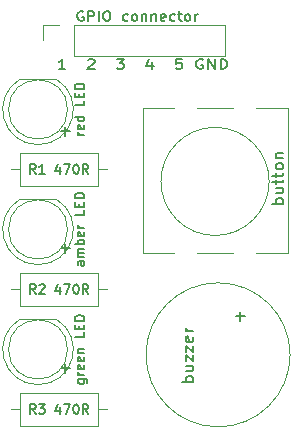
<source format=gto>
G04 #@! TF.GenerationSoftware,KiCad,Pcbnew,(5.1.2)-1*
G04 #@! TF.CreationDate,2024-09-09T18:42:11+01:00*
G04 #@! TF.ProjectId,Starter_PCB01,53746172-7465-4725-9f50-434230312e6b,rev?*
G04 #@! TF.SameCoordinates,Original*
G04 #@! TF.FileFunction,Legend,Top*
G04 #@! TF.FilePolarity,Positive*
%FSLAX46Y46*%
G04 Gerber Fmt 4.6, Leading zero omitted, Abs format (unit mm)*
G04 Created by KiCad (PCBNEW (5.1.2)-1) date 2024-09-09 18:42:11*
%MOMM*%
%LPD*%
G04 APERTURE LIST*
%ADD10C,0.180000*%
%ADD11C,0.200000*%
%ADD12C,0.120000*%
%ADD13C,0.150000*%
%ADD14O,1.829200X3.150000*%
%ADD15R,1.702000X1.702000*%
%ADD16C,1.702000*%
%ADD17C,1.902000*%
%ADD18R,1.902000X1.902000*%
%ADD19O,1.702000X1.702000*%
%ADD20C,2.302000*%
%ADD21R,1.802000X1.802000*%
%ADD22O,1.802000X1.802000*%
G04 APERTURE END LIST*
D10*
X153448571Y-74783904D02*
X152877142Y-74783904D01*
X153162857Y-74783904D02*
X153162857Y-73983904D01*
X153067619Y-74098190D01*
X152972380Y-74174380D01*
X152877142Y-74212476D01*
X155353333Y-74060095D02*
X155400952Y-74022000D01*
X155496190Y-73983904D01*
X155734285Y-73983904D01*
X155829523Y-74022000D01*
X155877142Y-74060095D01*
X155924761Y-74136285D01*
X155924761Y-74212476D01*
X155877142Y-74326761D01*
X155305714Y-74783904D01*
X155924761Y-74783904D01*
X157781904Y-73983904D02*
X158400952Y-73983904D01*
X158067619Y-74288666D01*
X158210476Y-74288666D01*
X158305714Y-74326761D01*
X158353333Y-74364857D01*
X158400952Y-74441047D01*
X158400952Y-74631523D01*
X158353333Y-74707714D01*
X158305714Y-74745809D01*
X158210476Y-74783904D01*
X157924761Y-74783904D01*
X157829523Y-74745809D01*
X157781904Y-74707714D01*
X160781904Y-74250571D02*
X160781904Y-74783904D01*
X160543809Y-73945809D02*
X160305714Y-74517238D01*
X160924761Y-74517238D01*
X163305714Y-73983904D02*
X162829523Y-73983904D01*
X162781904Y-74364857D01*
X162829523Y-74326761D01*
X162924761Y-74288666D01*
X163162857Y-74288666D01*
X163258095Y-74326761D01*
X163305714Y-74364857D01*
X163353333Y-74441047D01*
X163353333Y-74631523D01*
X163305714Y-74707714D01*
X163258095Y-74745809D01*
X163162857Y-74783904D01*
X162924761Y-74783904D01*
X162829523Y-74745809D01*
X162781904Y-74707714D01*
X165067619Y-74022000D02*
X164972380Y-73983904D01*
X164829523Y-73983904D01*
X164686666Y-74022000D01*
X164591428Y-74098190D01*
X164543809Y-74174380D01*
X164496190Y-74326761D01*
X164496190Y-74441047D01*
X164543809Y-74593428D01*
X164591428Y-74669619D01*
X164686666Y-74745809D01*
X164829523Y-74783904D01*
X164924761Y-74783904D01*
X165067619Y-74745809D01*
X165115238Y-74707714D01*
X165115238Y-74441047D01*
X164924761Y-74441047D01*
X165543809Y-74783904D02*
X165543809Y-73983904D01*
X166115238Y-74783904D01*
X166115238Y-73983904D01*
X166591428Y-74783904D02*
X166591428Y-73983904D01*
X166829523Y-73983904D01*
X166972380Y-74022000D01*
X167067619Y-74098190D01*
X167115238Y-74174380D01*
X167162857Y-74326761D01*
X167162857Y-74441047D01*
X167115238Y-74593428D01*
X167067619Y-74669619D01*
X166972380Y-74745809D01*
X166829523Y-74783904D01*
X166591428Y-74783904D01*
D11*
X153035047Y-100147428D02*
X153796952Y-100147428D01*
X153416000Y-100528380D02*
X153416000Y-99766476D01*
X153035047Y-89987428D02*
X153796952Y-89987428D01*
X153416000Y-90368380D02*
X153416000Y-89606476D01*
X153035047Y-80081428D02*
X153796952Y-80081428D01*
X153416000Y-80462380D02*
X153416000Y-79700476D01*
D12*
X172306000Y-90378000D02*
X169586000Y-90378000D01*
X162726000Y-90378000D02*
X160006000Y-90378000D01*
X164586000Y-78078000D02*
X167726000Y-78078000D01*
X160006000Y-78078000D02*
X162726000Y-78078000D01*
X170695050Y-84328000D02*
G75*
G03X170695050Y-84328000I-4579050J0D01*
G01*
X169586000Y-78078000D02*
X172306000Y-78078000D01*
X160006000Y-90378000D02*
X160006000Y-78078000D01*
X167726000Y-90378000D02*
X164586000Y-90378000D01*
X172306000Y-78078000D02*
X172306000Y-90378000D01*
X172470000Y-99008000D02*
G75*
G03X172470000Y-99008000I-6100000J0D01*
G01*
X152675000Y-75672000D02*
X149585000Y-75672000D01*
X153630000Y-78232000D02*
G75*
G03X153630000Y-78232000I-2500000J0D01*
G01*
X151130462Y-81222000D02*
G75*
G02X149585170Y-75672000I-462J2990000D01*
G01*
X151129538Y-81222000D02*
G75*
G03X152674830Y-75672000I462J2990000D01*
G01*
X149638000Y-92102000D02*
X149638000Y-94842000D01*
X149638000Y-94842000D02*
X156178000Y-94842000D01*
X156178000Y-94842000D02*
X156178000Y-92102000D01*
X156178000Y-92102000D02*
X149638000Y-92102000D01*
X148868000Y-93472000D02*
X149638000Y-93472000D01*
X156948000Y-93472000D02*
X156178000Y-93472000D01*
X156948000Y-83312000D02*
X156178000Y-83312000D01*
X148868000Y-83312000D02*
X149638000Y-83312000D01*
X156178000Y-81942000D02*
X149638000Y-81942000D01*
X156178000Y-84682000D02*
X156178000Y-81942000D01*
X149638000Y-84682000D02*
X156178000Y-84682000D01*
X149638000Y-81942000D02*
X149638000Y-84682000D01*
X151129538Y-91382000D02*
G75*
G03X152674830Y-85832000I462J2990000D01*
G01*
X151130462Y-91382000D02*
G75*
G02X149585170Y-85832000I-462J2990000D01*
G01*
X153630000Y-88392000D02*
G75*
G03X153630000Y-88392000I-2500000J0D01*
G01*
X152675000Y-85832000D02*
X149585000Y-85832000D01*
X149638000Y-102262000D02*
X149638000Y-105002000D01*
X149638000Y-105002000D02*
X156178000Y-105002000D01*
X156178000Y-105002000D02*
X156178000Y-102262000D01*
X156178000Y-102262000D02*
X149638000Y-102262000D01*
X148868000Y-103632000D02*
X149638000Y-103632000D01*
X156948000Y-103632000D02*
X156178000Y-103632000D01*
X151129538Y-101542000D02*
G75*
G03X152674830Y-95992000I462J2990000D01*
G01*
X151130462Y-101542000D02*
G75*
G02X149585170Y-95992000I-462J2990000D01*
G01*
X153630000Y-98552000D02*
G75*
G03X153630000Y-98552000I-2500000J0D01*
G01*
X152675000Y-95992000D02*
X149585000Y-95992000D01*
X154178000Y-73720000D02*
X154178000Y-71060000D01*
X154178000Y-73720000D02*
X166938000Y-73720000D01*
X166938000Y-73720000D02*
X166938000Y-71060000D01*
X154178000Y-71060000D02*
X166938000Y-71060000D01*
X151578000Y-71060000D02*
X152908000Y-71060000D01*
X151578000Y-72390000D02*
X151578000Y-71060000D01*
D13*
X171902380Y-86216857D02*
X170902380Y-86216857D01*
X171283333Y-86216857D02*
X171235714Y-86121619D01*
X171235714Y-85931142D01*
X171283333Y-85835904D01*
X171330952Y-85788285D01*
X171426190Y-85740666D01*
X171711904Y-85740666D01*
X171807142Y-85788285D01*
X171854761Y-85835904D01*
X171902380Y-85931142D01*
X171902380Y-86121619D01*
X171854761Y-86216857D01*
X171235714Y-84883523D02*
X171902380Y-84883523D01*
X171235714Y-85312095D02*
X171759523Y-85312095D01*
X171854761Y-85264476D01*
X171902380Y-85169238D01*
X171902380Y-85026380D01*
X171854761Y-84931142D01*
X171807142Y-84883523D01*
X171235714Y-84550190D02*
X171235714Y-84169238D01*
X170902380Y-84407333D02*
X171759523Y-84407333D01*
X171854761Y-84359714D01*
X171902380Y-84264476D01*
X171902380Y-84169238D01*
X171235714Y-83978761D02*
X171235714Y-83597809D01*
X170902380Y-83835904D02*
X171759523Y-83835904D01*
X171854761Y-83788285D01*
X171902380Y-83693047D01*
X171902380Y-83597809D01*
X171902380Y-83121619D02*
X171854761Y-83216857D01*
X171807142Y-83264476D01*
X171711904Y-83312095D01*
X171426190Y-83312095D01*
X171330952Y-83264476D01*
X171283333Y-83216857D01*
X171235714Y-83121619D01*
X171235714Y-82978761D01*
X171283333Y-82883523D01*
X171330952Y-82835904D01*
X171426190Y-82788285D01*
X171711904Y-82788285D01*
X171807142Y-82835904D01*
X171854761Y-82883523D01*
X171902380Y-82978761D01*
X171902380Y-83121619D01*
X171235714Y-82359714D02*
X171902380Y-82359714D01*
X171330952Y-82359714D02*
X171283333Y-82312095D01*
X171235714Y-82216857D01*
X171235714Y-82074000D01*
X171283333Y-81978761D01*
X171378571Y-81931142D01*
X171902380Y-81931142D01*
X164282380Y-101274285D02*
X163282380Y-101274285D01*
X163663333Y-101274285D02*
X163615714Y-101179047D01*
X163615714Y-100988571D01*
X163663333Y-100893333D01*
X163710952Y-100845714D01*
X163806190Y-100798095D01*
X164091904Y-100798095D01*
X164187142Y-100845714D01*
X164234761Y-100893333D01*
X164282380Y-100988571D01*
X164282380Y-101179047D01*
X164234761Y-101274285D01*
X163615714Y-99940952D02*
X164282380Y-99940952D01*
X163615714Y-100369523D02*
X164139523Y-100369523D01*
X164234761Y-100321904D01*
X164282380Y-100226666D01*
X164282380Y-100083809D01*
X164234761Y-99988571D01*
X164187142Y-99940952D01*
X163615714Y-99560000D02*
X163615714Y-99036190D01*
X164282380Y-99560000D01*
X164282380Y-99036190D01*
X163615714Y-98750476D02*
X163615714Y-98226666D01*
X164282380Y-98750476D01*
X164282380Y-98226666D01*
X164234761Y-97464761D02*
X164282380Y-97560000D01*
X164282380Y-97750476D01*
X164234761Y-97845714D01*
X164139523Y-97893333D01*
X163758571Y-97893333D01*
X163663333Y-97845714D01*
X163615714Y-97750476D01*
X163615714Y-97560000D01*
X163663333Y-97464761D01*
X163758571Y-97417142D01*
X163853809Y-97417142D01*
X163949047Y-97893333D01*
X164282380Y-96988571D02*
X163615714Y-96988571D01*
X163806190Y-96988571D02*
X163710952Y-96940952D01*
X163663333Y-96893333D01*
X163615714Y-96798095D01*
X163615714Y-96702857D01*
X168241428Y-96138952D02*
X168241428Y-95377047D01*
X168622380Y-95758000D02*
X167860476Y-95758000D01*
X155047904Y-80384380D02*
X154514571Y-80384380D01*
X154666952Y-80384380D02*
X154590761Y-80346285D01*
X154552666Y-80308190D01*
X154514571Y-80232000D01*
X154514571Y-80155809D01*
X155009809Y-79584380D02*
X155047904Y-79660571D01*
X155047904Y-79812952D01*
X155009809Y-79889142D01*
X154933619Y-79927238D01*
X154628857Y-79927238D01*
X154552666Y-79889142D01*
X154514571Y-79812952D01*
X154514571Y-79660571D01*
X154552666Y-79584380D01*
X154628857Y-79546285D01*
X154705047Y-79546285D01*
X154781238Y-79927238D01*
X155047904Y-78860571D02*
X154247904Y-78860571D01*
X155009809Y-78860571D02*
X155047904Y-78936761D01*
X155047904Y-79089142D01*
X155009809Y-79165333D01*
X154971714Y-79203428D01*
X154895523Y-79241523D01*
X154666952Y-79241523D01*
X154590761Y-79203428D01*
X154552666Y-79165333D01*
X154514571Y-79089142D01*
X154514571Y-78936761D01*
X154552666Y-78860571D01*
X155047904Y-77489142D02*
X155047904Y-77870095D01*
X154247904Y-77870095D01*
X154628857Y-77222476D02*
X154628857Y-76955809D01*
X155047904Y-76841523D02*
X155047904Y-77222476D01*
X154247904Y-77222476D01*
X154247904Y-76841523D01*
X155047904Y-76498666D02*
X154247904Y-76498666D01*
X154247904Y-76308190D01*
X154286000Y-76193904D01*
X154362190Y-76117714D01*
X154438380Y-76079619D01*
X154590761Y-76041523D01*
X154705047Y-76041523D01*
X154857428Y-76079619D01*
X154933619Y-76117714D01*
X155009809Y-76193904D01*
X155047904Y-76308190D01*
X155047904Y-76498666D01*
X150927047Y-93833904D02*
X150660380Y-93452952D01*
X150469904Y-93833904D02*
X150469904Y-93033904D01*
X150774666Y-93033904D01*
X150850857Y-93072000D01*
X150888952Y-93110095D01*
X150927047Y-93186285D01*
X150927047Y-93300571D01*
X150888952Y-93376761D01*
X150850857Y-93414857D01*
X150774666Y-93452952D01*
X150469904Y-93452952D01*
X151231809Y-93110095D02*
X151269904Y-93072000D01*
X151346095Y-93033904D01*
X151536571Y-93033904D01*
X151612761Y-93072000D01*
X151650857Y-93110095D01*
X151688952Y-93186285D01*
X151688952Y-93262476D01*
X151650857Y-93376761D01*
X151193714Y-93833904D01*
X151688952Y-93833904D01*
X152984190Y-93300571D02*
X152984190Y-93833904D01*
X152793714Y-92995809D02*
X152603238Y-93567238D01*
X153098476Y-93567238D01*
X153327047Y-93033904D02*
X153860380Y-93033904D01*
X153517523Y-93833904D01*
X154317523Y-93033904D02*
X154393714Y-93033904D01*
X154469904Y-93072000D01*
X154508000Y-93110095D01*
X154546095Y-93186285D01*
X154584190Y-93338666D01*
X154584190Y-93529142D01*
X154546095Y-93681523D01*
X154508000Y-93757714D01*
X154469904Y-93795809D01*
X154393714Y-93833904D01*
X154317523Y-93833904D01*
X154241333Y-93795809D01*
X154203238Y-93757714D01*
X154165142Y-93681523D01*
X154127047Y-93529142D01*
X154127047Y-93338666D01*
X154165142Y-93186285D01*
X154203238Y-93110095D01*
X154241333Y-93072000D01*
X154317523Y-93033904D01*
X155384190Y-93833904D02*
X155117523Y-93452952D01*
X154927047Y-93833904D02*
X154927047Y-93033904D01*
X155231809Y-93033904D01*
X155308000Y-93072000D01*
X155346095Y-93110095D01*
X155384190Y-93186285D01*
X155384190Y-93300571D01*
X155346095Y-93376761D01*
X155308000Y-93414857D01*
X155231809Y-93452952D01*
X154927047Y-93452952D01*
X150927047Y-83673904D02*
X150660380Y-83292952D01*
X150469904Y-83673904D02*
X150469904Y-82873904D01*
X150774666Y-82873904D01*
X150850857Y-82912000D01*
X150888952Y-82950095D01*
X150927047Y-83026285D01*
X150927047Y-83140571D01*
X150888952Y-83216761D01*
X150850857Y-83254857D01*
X150774666Y-83292952D01*
X150469904Y-83292952D01*
X151688952Y-83673904D02*
X151231809Y-83673904D01*
X151460380Y-83673904D02*
X151460380Y-82873904D01*
X151384190Y-82988190D01*
X151308000Y-83064380D01*
X151231809Y-83102476D01*
X152984190Y-83140571D02*
X152984190Y-83673904D01*
X152793714Y-82835809D02*
X152603238Y-83407238D01*
X153098476Y-83407238D01*
X153327047Y-82873904D02*
X153860380Y-82873904D01*
X153517523Y-83673904D01*
X154317523Y-82873904D02*
X154393714Y-82873904D01*
X154469904Y-82912000D01*
X154508000Y-82950095D01*
X154546095Y-83026285D01*
X154584190Y-83178666D01*
X154584190Y-83369142D01*
X154546095Y-83521523D01*
X154508000Y-83597714D01*
X154469904Y-83635809D01*
X154393714Y-83673904D01*
X154317523Y-83673904D01*
X154241333Y-83635809D01*
X154203238Y-83597714D01*
X154165142Y-83521523D01*
X154127047Y-83369142D01*
X154127047Y-83178666D01*
X154165142Y-83026285D01*
X154203238Y-82950095D01*
X154241333Y-82912000D01*
X154317523Y-82873904D01*
X155384190Y-83673904D02*
X155117523Y-83292952D01*
X154927047Y-83673904D02*
X154927047Y-82873904D01*
X155231809Y-82873904D01*
X155308000Y-82912000D01*
X155346095Y-82950095D01*
X155384190Y-83026285D01*
X155384190Y-83140571D01*
X155346095Y-83216761D01*
X155308000Y-83254857D01*
X155231809Y-83292952D01*
X154927047Y-83292952D01*
X155047904Y-91096761D02*
X154628857Y-91096761D01*
X154552666Y-91134857D01*
X154514571Y-91211047D01*
X154514571Y-91363428D01*
X154552666Y-91439619D01*
X155009809Y-91096761D02*
X155047904Y-91172952D01*
X155047904Y-91363428D01*
X155009809Y-91439619D01*
X154933619Y-91477714D01*
X154857428Y-91477714D01*
X154781238Y-91439619D01*
X154743142Y-91363428D01*
X154743142Y-91172952D01*
X154705047Y-91096761D01*
X155047904Y-90715809D02*
X154514571Y-90715809D01*
X154590761Y-90715809D02*
X154552666Y-90677714D01*
X154514571Y-90601523D01*
X154514571Y-90487238D01*
X154552666Y-90411047D01*
X154628857Y-90372952D01*
X155047904Y-90372952D01*
X154628857Y-90372952D02*
X154552666Y-90334857D01*
X154514571Y-90258666D01*
X154514571Y-90144380D01*
X154552666Y-90068190D01*
X154628857Y-90030095D01*
X155047904Y-90030095D01*
X155047904Y-89649142D02*
X154247904Y-89649142D01*
X154552666Y-89649142D02*
X154514571Y-89572952D01*
X154514571Y-89420571D01*
X154552666Y-89344380D01*
X154590761Y-89306285D01*
X154666952Y-89268190D01*
X154895523Y-89268190D01*
X154971714Y-89306285D01*
X155009809Y-89344380D01*
X155047904Y-89420571D01*
X155047904Y-89572952D01*
X155009809Y-89649142D01*
X155009809Y-88620571D02*
X155047904Y-88696761D01*
X155047904Y-88849142D01*
X155009809Y-88925333D01*
X154933619Y-88963428D01*
X154628857Y-88963428D01*
X154552666Y-88925333D01*
X154514571Y-88849142D01*
X154514571Y-88696761D01*
X154552666Y-88620571D01*
X154628857Y-88582476D01*
X154705047Y-88582476D01*
X154781238Y-88963428D01*
X155047904Y-88239619D02*
X154514571Y-88239619D01*
X154666952Y-88239619D02*
X154590761Y-88201523D01*
X154552666Y-88163428D01*
X154514571Y-88087238D01*
X154514571Y-88011047D01*
X155047904Y-86753904D02*
X155047904Y-87134857D01*
X154247904Y-87134857D01*
X154628857Y-86487238D02*
X154628857Y-86220571D01*
X155047904Y-86106285D02*
X155047904Y-86487238D01*
X154247904Y-86487238D01*
X154247904Y-86106285D01*
X155047904Y-85763428D02*
X154247904Y-85763428D01*
X154247904Y-85572952D01*
X154286000Y-85458666D01*
X154362190Y-85382476D01*
X154438380Y-85344380D01*
X154590761Y-85306285D01*
X154705047Y-85306285D01*
X154857428Y-85344380D01*
X154933619Y-85382476D01*
X155009809Y-85458666D01*
X155047904Y-85572952D01*
X155047904Y-85763428D01*
X150927047Y-103993904D02*
X150660380Y-103612952D01*
X150469904Y-103993904D02*
X150469904Y-103193904D01*
X150774666Y-103193904D01*
X150850857Y-103232000D01*
X150888952Y-103270095D01*
X150927047Y-103346285D01*
X150927047Y-103460571D01*
X150888952Y-103536761D01*
X150850857Y-103574857D01*
X150774666Y-103612952D01*
X150469904Y-103612952D01*
X151193714Y-103193904D02*
X151688952Y-103193904D01*
X151422285Y-103498666D01*
X151536571Y-103498666D01*
X151612761Y-103536761D01*
X151650857Y-103574857D01*
X151688952Y-103651047D01*
X151688952Y-103841523D01*
X151650857Y-103917714D01*
X151612761Y-103955809D01*
X151536571Y-103993904D01*
X151308000Y-103993904D01*
X151231809Y-103955809D01*
X151193714Y-103917714D01*
X152984190Y-103460571D02*
X152984190Y-103993904D01*
X152793714Y-103155809D02*
X152603238Y-103727238D01*
X153098476Y-103727238D01*
X153327047Y-103193904D02*
X153860380Y-103193904D01*
X153517523Y-103993904D01*
X154317523Y-103193904D02*
X154393714Y-103193904D01*
X154469904Y-103232000D01*
X154508000Y-103270095D01*
X154546095Y-103346285D01*
X154584190Y-103498666D01*
X154584190Y-103689142D01*
X154546095Y-103841523D01*
X154508000Y-103917714D01*
X154469904Y-103955809D01*
X154393714Y-103993904D01*
X154317523Y-103993904D01*
X154241333Y-103955809D01*
X154203238Y-103917714D01*
X154165142Y-103841523D01*
X154127047Y-103689142D01*
X154127047Y-103498666D01*
X154165142Y-103346285D01*
X154203238Y-103270095D01*
X154241333Y-103232000D01*
X154317523Y-103193904D01*
X155384190Y-103993904D02*
X155117523Y-103612952D01*
X154927047Y-103993904D02*
X154927047Y-103193904D01*
X155231809Y-103193904D01*
X155308000Y-103232000D01*
X155346095Y-103270095D01*
X155384190Y-103346285D01*
X155384190Y-103460571D01*
X155346095Y-103536761D01*
X155308000Y-103574857D01*
X155231809Y-103612952D01*
X154927047Y-103612952D01*
X154514571Y-101066285D02*
X155162190Y-101066285D01*
X155238380Y-101104380D01*
X155276476Y-101142476D01*
X155314571Y-101218666D01*
X155314571Y-101332952D01*
X155276476Y-101409142D01*
X155009809Y-101066285D02*
X155047904Y-101142476D01*
X155047904Y-101294857D01*
X155009809Y-101371047D01*
X154971714Y-101409142D01*
X154895523Y-101447238D01*
X154666952Y-101447238D01*
X154590761Y-101409142D01*
X154552666Y-101371047D01*
X154514571Y-101294857D01*
X154514571Y-101142476D01*
X154552666Y-101066285D01*
X155047904Y-100685333D02*
X154514571Y-100685333D01*
X154666952Y-100685333D02*
X154590761Y-100647238D01*
X154552666Y-100609142D01*
X154514571Y-100532952D01*
X154514571Y-100456761D01*
X155009809Y-99885333D02*
X155047904Y-99961523D01*
X155047904Y-100113904D01*
X155009809Y-100190095D01*
X154933619Y-100228190D01*
X154628857Y-100228190D01*
X154552666Y-100190095D01*
X154514571Y-100113904D01*
X154514571Y-99961523D01*
X154552666Y-99885333D01*
X154628857Y-99847238D01*
X154705047Y-99847238D01*
X154781238Y-100228190D01*
X155009809Y-99199619D02*
X155047904Y-99275809D01*
X155047904Y-99428190D01*
X155009809Y-99504380D01*
X154933619Y-99542476D01*
X154628857Y-99542476D01*
X154552666Y-99504380D01*
X154514571Y-99428190D01*
X154514571Y-99275809D01*
X154552666Y-99199619D01*
X154628857Y-99161523D01*
X154705047Y-99161523D01*
X154781238Y-99542476D01*
X154514571Y-98818666D02*
X155047904Y-98818666D01*
X154590761Y-98818666D02*
X154552666Y-98780571D01*
X154514571Y-98704380D01*
X154514571Y-98590095D01*
X154552666Y-98513904D01*
X154628857Y-98475809D01*
X155047904Y-98475809D01*
X155047904Y-97104380D02*
X155047904Y-97485333D01*
X154247904Y-97485333D01*
X154628857Y-96837714D02*
X154628857Y-96571047D01*
X155047904Y-96456761D02*
X155047904Y-96837714D01*
X154247904Y-96837714D01*
X154247904Y-96456761D01*
X155047904Y-96113904D02*
X154247904Y-96113904D01*
X154247904Y-95923428D01*
X154286000Y-95809142D01*
X154362190Y-95732952D01*
X154438380Y-95694857D01*
X154590761Y-95656761D01*
X154705047Y-95656761D01*
X154857428Y-95694857D01*
X154933619Y-95732952D01*
X155009809Y-95809142D01*
X155047904Y-95923428D01*
X155047904Y-96113904D01*
X154947714Y-69958000D02*
X154862000Y-69919904D01*
X154733428Y-69919904D01*
X154604857Y-69958000D01*
X154519142Y-70034190D01*
X154476285Y-70110380D01*
X154433428Y-70262761D01*
X154433428Y-70377047D01*
X154476285Y-70529428D01*
X154519142Y-70605619D01*
X154604857Y-70681809D01*
X154733428Y-70719904D01*
X154819142Y-70719904D01*
X154947714Y-70681809D01*
X154990571Y-70643714D01*
X154990571Y-70377047D01*
X154819142Y-70377047D01*
X155376285Y-70719904D02*
X155376285Y-69919904D01*
X155719142Y-69919904D01*
X155804857Y-69958000D01*
X155847714Y-69996095D01*
X155890571Y-70072285D01*
X155890571Y-70186571D01*
X155847714Y-70262761D01*
X155804857Y-70300857D01*
X155719142Y-70338952D01*
X155376285Y-70338952D01*
X156276285Y-70719904D02*
X156276285Y-69919904D01*
X156876285Y-69919904D02*
X157047714Y-69919904D01*
X157133428Y-69958000D01*
X157219142Y-70034190D01*
X157262000Y-70186571D01*
X157262000Y-70453238D01*
X157219142Y-70605619D01*
X157133428Y-70681809D01*
X157047714Y-70719904D01*
X156876285Y-70719904D01*
X156790571Y-70681809D01*
X156704857Y-70605619D01*
X156662000Y-70453238D01*
X156662000Y-70186571D01*
X156704857Y-70034190D01*
X156790571Y-69958000D01*
X156876285Y-69919904D01*
X158719142Y-70681809D02*
X158633428Y-70719904D01*
X158462000Y-70719904D01*
X158376285Y-70681809D01*
X158333428Y-70643714D01*
X158290571Y-70567523D01*
X158290571Y-70338952D01*
X158333428Y-70262761D01*
X158376285Y-70224666D01*
X158462000Y-70186571D01*
X158633428Y-70186571D01*
X158719142Y-70224666D01*
X159233428Y-70719904D02*
X159147714Y-70681809D01*
X159104857Y-70643714D01*
X159062000Y-70567523D01*
X159062000Y-70338952D01*
X159104857Y-70262761D01*
X159147714Y-70224666D01*
X159233428Y-70186571D01*
X159362000Y-70186571D01*
X159447714Y-70224666D01*
X159490571Y-70262761D01*
X159533428Y-70338952D01*
X159533428Y-70567523D01*
X159490571Y-70643714D01*
X159447714Y-70681809D01*
X159362000Y-70719904D01*
X159233428Y-70719904D01*
X159919142Y-70186571D02*
X159919142Y-70719904D01*
X159919142Y-70262761D02*
X159962000Y-70224666D01*
X160047714Y-70186571D01*
X160176285Y-70186571D01*
X160262000Y-70224666D01*
X160304857Y-70300857D01*
X160304857Y-70719904D01*
X160733428Y-70186571D02*
X160733428Y-70719904D01*
X160733428Y-70262761D02*
X160776285Y-70224666D01*
X160862000Y-70186571D01*
X160990571Y-70186571D01*
X161076285Y-70224666D01*
X161119142Y-70300857D01*
X161119142Y-70719904D01*
X161890571Y-70681809D02*
X161804857Y-70719904D01*
X161633428Y-70719904D01*
X161547714Y-70681809D01*
X161504857Y-70605619D01*
X161504857Y-70300857D01*
X161547714Y-70224666D01*
X161633428Y-70186571D01*
X161804857Y-70186571D01*
X161890571Y-70224666D01*
X161933428Y-70300857D01*
X161933428Y-70377047D01*
X161504857Y-70453238D01*
X162704857Y-70681809D02*
X162619142Y-70719904D01*
X162447714Y-70719904D01*
X162362000Y-70681809D01*
X162319142Y-70643714D01*
X162276285Y-70567523D01*
X162276285Y-70338952D01*
X162319142Y-70262761D01*
X162362000Y-70224666D01*
X162447714Y-70186571D01*
X162619142Y-70186571D01*
X162704857Y-70224666D01*
X162962000Y-70186571D02*
X163304857Y-70186571D01*
X163090571Y-69919904D02*
X163090571Y-70605619D01*
X163133428Y-70681809D01*
X163219142Y-70719904D01*
X163304857Y-70719904D01*
X163733428Y-70719904D02*
X163647714Y-70681809D01*
X163604857Y-70643714D01*
X163562000Y-70567523D01*
X163562000Y-70338952D01*
X163604857Y-70262761D01*
X163647714Y-70224666D01*
X163733428Y-70186571D01*
X163862000Y-70186571D01*
X163947714Y-70224666D01*
X163990571Y-70262761D01*
X164033428Y-70338952D01*
X164033428Y-70567523D01*
X163990571Y-70643714D01*
X163947714Y-70681809D01*
X163862000Y-70719904D01*
X163733428Y-70719904D01*
X164419142Y-70719904D02*
X164419142Y-70186571D01*
X164419142Y-70338952D02*
X164462000Y-70262761D01*
X164504857Y-70224666D01*
X164590571Y-70186571D01*
X164676285Y-70186571D01*
%LPC*%
D14*
X163656000Y-77978000D03*
X168656000Y-77978000D03*
X163656000Y-90478000D03*
X168656000Y-90478000D03*
D15*
X166370000Y-95758000D03*
D16*
X166370000Y-102258000D03*
D17*
X151130000Y-79502000D03*
D18*
X151130000Y-76962000D03*
D16*
X147828000Y-93472000D03*
D19*
X157988000Y-93472000D03*
X157988000Y-83312000D03*
D16*
X147828000Y-83312000D03*
D18*
X151130000Y-87122000D03*
D17*
X151130000Y-89662000D03*
D16*
X147828000Y-103632000D03*
D19*
X157988000Y-103632000D03*
D18*
X151130000Y-97282000D03*
D17*
X151130000Y-99822000D03*
D20*
X148336000Y-72136000D03*
X157734000Y-99060000D03*
X170180000Y-72136000D03*
D21*
X152908000Y-72390000D03*
D22*
X155448000Y-72390000D03*
X157988000Y-72390000D03*
X160528000Y-72390000D03*
X163068000Y-72390000D03*
X165608000Y-72390000D03*
M02*

</source>
